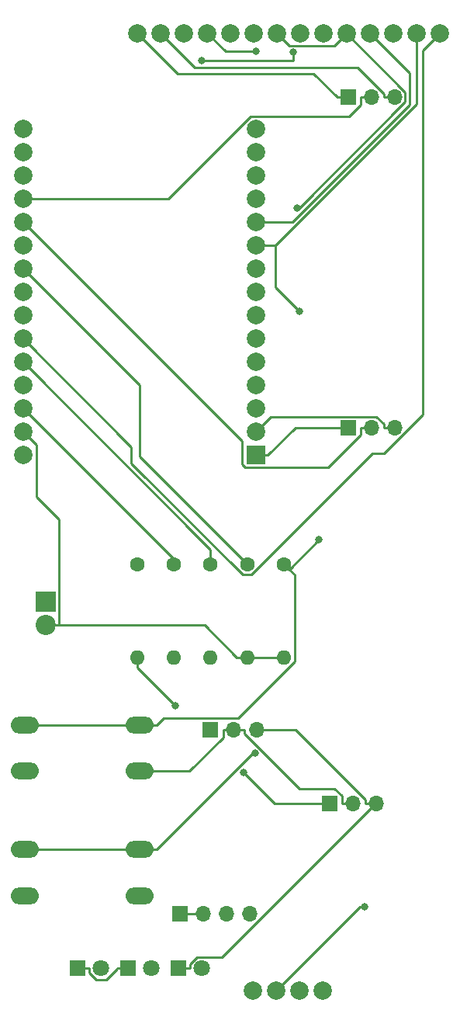
<source format=gbr>
%TF.GenerationSoftware,KiCad,Pcbnew,7.0.7*%
%TF.CreationDate,2024-02-25T20:38:01+01:00*%
%TF.ProjectId,TFT_tactil_screen,5446545f-7461-4637-9469-6c5f73637265,rev?*%
%TF.SameCoordinates,Original*%
%TF.FileFunction,Copper,L2,Bot*%
%TF.FilePolarity,Positive*%
%FSLAX46Y46*%
G04 Gerber Fmt 4.6, Leading zero omitted, Abs format (unit mm)*
G04 Created by KiCad (PCBNEW 7.0.7) date 2024-02-25 20:38:01*
%MOMM*%
%LPD*%
G01*
G04 APERTURE LIST*
%TA.AperFunction,ComponentPad*%
%ADD10R,2.200000X2.200000*%
%TD*%
%TA.AperFunction,ComponentPad*%
%ADD11C,2.200000*%
%TD*%
%TA.AperFunction,ComponentPad*%
%ADD12R,2.000000X2.000000*%
%TD*%
%TA.AperFunction,ComponentPad*%
%ADD13C,2.000000*%
%TD*%
%TA.AperFunction,ComponentPad*%
%ADD14C,1.800000*%
%TD*%
%TA.AperFunction,ComponentPad*%
%ADD15R,1.800000X1.800000*%
%TD*%
%TA.AperFunction,ComponentPad*%
%ADD16R,1.700000X1.700000*%
%TD*%
%TA.AperFunction,ComponentPad*%
%ADD17O,1.700000X1.700000*%
%TD*%
%TA.AperFunction,ComponentPad*%
%ADD18O,1.600000X1.600000*%
%TD*%
%TA.AperFunction,ComponentPad*%
%ADD19C,1.600000*%
%TD*%
%TA.AperFunction,ComponentPad*%
%ADD20O,3.048000X1.850000*%
%TD*%
%TA.AperFunction,ViaPad*%
%ADD21C,0.800000*%
%TD*%
%TA.AperFunction,Conductor*%
%ADD22C,0.250000*%
%TD*%
G04 APERTURE END LIST*
D10*
%TO.P,J6,1,Pin_1*%
%TO.N,VCC*%
X39000000Y-100000000D03*
D11*
%TO.P,J6,2,Pin_2*%
%TO.N,GND*%
X39000000Y-102540000D03*
%TD*%
D12*
%TO.P,U1,1,3V3*%
%TO.N,VCC*%
X61930000Y-83990000D03*
D13*
%TO.P,U1,2,GND*%
%TO.N,GND*%
X61930000Y-81450000D03*
%TO.P,U1,3,D15*%
%TO.N,D15*%
X61930000Y-78910000D03*
%TO.P,U1,4,D2*%
%TO.N,D2*%
X61930000Y-76370000D03*
%TO.P,U1,5,D4*%
%TO.N,D4*%
X61930000Y-73830000D03*
%TO.P,U1,6,RX2*%
%TO.N,unconnected-(U1-RX2-Pad6)*%
X61930000Y-71290000D03*
%TO.P,U1,7,TX2*%
%TO.N,unconnected-(U1-TX2-Pad7)*%
X61930000Y-68750000D03*
%TO.P,U1,8,D5*%
%TO.N,D5*%
X61930000Y-66210000D03*
%TO.P,U1,9,D18*%
%TO.N,D18*%
X61930000Y-63670000D03*
%TO.P,U1,10,D19*%
%TO.N,D19*%
X61930000Y-61130000D03*
%TO.P,U1,11,D21*%
%TO.N,D21*%
X61930000Y-58590000D03*
%TO.P,U1,12,RX0*%
%TO.N,unconnected-(U1-RX0-Pad12)*%
X61930000Y-56050000D03*
%TO.P,U1,13,TX0*%
%TO.N,unconnected-(U1-TX0-Pad13)*%
X61930000Y-53510000D03*
%TO.P,U1,14,D22*%
%TO.N,D22*%
X61930000Y-50970000D03*
%TO.P,U1,15,D23*%
%TO.N,D23*%
X61930000Y-48430000D03*
%TO.P,U1,16,EN*%
%TO.N,unconnected-(U1-EN-Pad16)*%
X36530000Y-48430000D03*
%TO.P,U1,17,VP*%
%TO.N,unconnected-(U1-VP-Pad17)*%
X36530000Y-50970000D03*
%TO.P,U1,18,VN*%
%TO.N,unconnected-(U1-VN-Pad18)*%
X36530000Y-53510000D03*
%TO.P,U1,19,D34*%
%TO.N,D34*%
X36530000Y-56050000D03*
%TO.P,U1,20,D35*%
%TO.N,D35*%
X36530000Y-58590000D03*
%TO.P,U1,21,D32*%
%TO.N,D32*%
X36530000Y-61130000D03*
%TO.P,U1,22,D33*%
%TO.N,D33*%
X36530000Y-63670000D03*
%TO.P,U1,23,D25*%
%TO.N,D25*%
X36530000Y-66210000D03*
%TO.P,U1,24,D26*%
%TO.N,D26*%
X36530000Y-68750000D03*
%TO.P,U1,25,D27*%
%TO.N,D27*%
X36530000Y-71290000D03*
%TO.P,U1,26,D14*%
%TO.N,D14*%
X36530000Y-73830000D03*
%TO.P,U1,27,D12*%
%TO.N,D12*%
X36530000Y-76370000D03*
%TO.P,U1,28,D13*%
%TO.N,D13*%
X36530000Y-78910000D03*
%TO.P,U1,29,GND*%
%TO.N,GND*%
X36530000Y-81450000D03*
%TO.P,U1,30,VIN*%
%TO.N,unconnected-(U1-VIN-Pad30)*%
X36530000Y-83990000D03*
%TD*%
D14*
%TO.P,D3,2,A*%
%TO.N,Net-(D3-A)*%
X45040000Y-140000000D03*
D15*
%TO.P,D3,1,K*%
%TO.N,GND*%
X42500000Y-140000000D03*
%TD*%
D16*
%TO.P,J5,1,Pin_1*%
%TO.N,D25*%
X57000000Y-114000000D03*
D17*
%TO.P,J5,2,Pin_2*%
%TO.N,VCC*%
X59540000Y-114000000D03*
%TO.P,J5,3,Pin_3*%
%TO.N,GND*%
X62080000Y-114000000D03*
%TD*%
D18*
%TO.P,R3,2*%
%TO.N,Net-(D3-A)*%
X57000000Y-106080000D03*
D19*
%TO.P,R3,1*%
%TO.N,D14*%
X57000000Y-95920000D03*
%TD*%
D16*
%TO.P,J2,1,Pin_1*%
%TO.N,D26*%
X70000000Y-122000000D03*
D17*
%TO.P,J2,2,Pin_2*%
%TO.N,VCC*%
X72540000Y-122000000D03*
%TO.P,J2,3,Pin_3*%
%TO.N,GND*%
X75080000Y-122000000D03*
%TD*%
D16*
%TO.P,J3,1,Pin_1*%
%TO.N,VCC*%
X72000000Y-45000000D03*
D17*
%TO.P,J3,2,Pin_2*%
%TO.N,D34*%
X74540000Y-45000000D03*
%TO.P,J3,3,Pin_3*%
%TO.N,GND*%
X77080000Y-45000000D03*
%TD*%
%TO.P,J4,3,Pin_3*%
%TO.N,GND*%
X77080000Y-81000000D03*
%TO.P,J4,2,Pin_2*%
%TO.N,D35*%
X74540000Y-81000000D03*
D16*
%TO.P,J4,1,Pin_1*%
%TO.N,VCC*%
X72000000Y-81000000D03*
%TD*%
D18*
%TO.P,R2,2*%
%TO.N,Net-(D2-A)*%
X53000000Y-106080000D03*
D19*
%TO.P,R2,1*%
%TO.N,D13*%
X53000000Y-95920000D03*
%TD*%
D18*
%TO.P,R1,2*%
%TO.N,Net-(D1-A)*%
X49000000Y-106080000D03*
D19*
%TO.P,R1,1*%
%TO.N,D12*%
X49000000Y-95920000D03*
%TD*%
D14*
%TO.P,D2,2,A*%
%TO.N,Net-(D2-A)*%
X50540000Y-140000000D03*
D15*
%TO.P,D2,1,K*%
%TO.N,GND*%
X48000000Y-140000000D03*
%TD*%
D14*
%TO.P,D1,2,A*%
%TO.N,Net-(D1-A)*%
X56040000Y-140000000D03*
D15*
%TO.P,D1,1,K*%
%TO.N,GND*%
X53500000Y-140000000D03*
%TD*%
D17*
%TO.P,J1,4,Pin_4*%
%TO.N,D12*%
X61320000Y-134000000D03*
%TO.P,J1,3,Pin_3*%
X58780000Y-134000000D03*
%TO.P,J1,2,Pin_2*%
%TO.N,D13*%
X56240000Y-134000000D03*
D16*
%TO.P,J1,1,Pin_1*%
X53700000Y-134000000D03*
%TD*%
D19*
%TO.P,R4,1*%
%TO.N,D33*%
X61000000Y-95920000D03*
D18*
%TO.P,R4,2*%
%TO.N,GND*%
X61000000Y-106080000D03*
%TD*%
D20*
%TO.P,SW2,1,1*%
%TO.N,VCC*%
X49240000Y-118500000D03*
X36740000Y-118500000D03*
%TO.P,SW2,2,2*%
%TO.N,D22*%
X49240000Y-113500000D03*
X36740000Y-113500000D03*
%TD*%
D19*
%TO.P,R5,1*%
%TO.N,D22*%
X65000000Y-95920000D03*
D18*
%TO.P,R5,2*%
%TO.N,GND*%
X65000000Y-106080000D03*
%TD*%
D20*
%TO.P,SW1,2,2*%
%TO.N,D33*%
X36740000Y-127050000D03*
X49240000Y-127050000D03*
%TO.P,SW1,1,1*%
%TO.N,VCC*%
X36740000Y-132050000D03*
X49240000Y-132050000D03*
%TD*%
D13*
%TO.P,S1,1,VDD*%
%TO.N,VCC*%
X49000000Y-38000000D03*
%TO.P,S1,2,GND*%
%TO.N,GND*%
X51540000Y-38000000D03*
%TO.P,S1,3,CS*%
%TO.N,D15*%
X54080000Y-38000000D03*
%TO.P,S1,4,RST*%
%TO.N,D4*%
X56620000Y-38000000D03*
%TO.P,S1,5,OC*%
%TO.N,D2*%
X59160000Y-38000000D03*
%TO.P,S1,6,SDI*%
%TO.N,D23*%
X61700000Y-38000000D03*
%TO.P,S1,7,SCK*%
%TO.N,D18*%
X64240000Y-38000000D03*
%TO.P,S1,8,BL*%
%TO.N,D32*%
X66780000Y-38000000D03*
%TO.P,S1,9,SDO*%
%TO.N,unconnected-(S1-SDO-Pad9)*%
X69320000Y-38000000D03*
%TO.P,S1,10,TCK*%
%TO.N,D18*%
X71860000Y-38000000D03*
%TO.P,S1,11,TCS*%
%TO.N,D21*%
X74400000Y-38000000D03*
%TO.P,S1,12,TDI*%
%TO.N,D23*%
X76940000Y-38000000D03*
%TO.P,S1,13,TDO*%
%TO.N,D19*%
X79480000Y-38000000D03*
%TO.P,S1,14,PEN*%
%TO.N,D27*%
X82020000Y-38000000D03*
%TO.P,S1,15,SCS*%
%TO.N,D5*%
X61640000Y-142400000D03*
%TO.P,S1,16,SDI*%
%TO.N,D23*%
X64180000Y-142400000D03*
%TO.P,S1,17,SDO*%
%TO.N,D19*%
X66720000Y-142400000D03*
%TO.P,S1,18,CLK*%
%TO.N,D18*%
X69260000Y-142400000D03*
%TD*%
D21*
%TO.N,D22*%
X68805900Y-93270900D03*
%TO.N,D33*%
X61861400Y-116540000D03*
%TO.N,D26*%
X60576800Y-118617000D03*
%TO.N,D4*%
X62000000Y-40000000D03*
%TO.N,D18*%
X66485600Y-57045800D03*
%TO.N,D19*%
X66720000Y-68350400D03*
%TO.N,D23*%
X73810000Y-133255000D03*
%TO.N,D32*%
X56000000Y-41000000D03*
X66000000Y-40064700D03*
%TO.N,Net-(D1-A)*%
X53178100Y-111385000D03*
%TD*%
D22*
%TO.N,D22*%
X65578400Y-96498400D02*
X65000000Y-95920000D01*
X65578400Y-96498400D02*
X68805900Y-93270900D01*
X36740000Y-113500000D02*
X49240000Y-113500000D01*
X66156800Y-97076800D02*
X65578400Y-96498400D01*
X66156800Y-106522000D02*
X66156800Y-97076800D01*
X59978100Y-112700000D02*
X66156800Y-106522000D01*
X51890700Y-112700000D02*
X59978100Y-112700000D01*
X51090900Y-113500000D02*
X51890700Y-112700000D01*
X49240000Y-113500000D02*
X51090900Y-113500000D01*
%TO.N,D33*%
X49265600Y-76405600D02*
X36530000Y-63670000D01*
X49265600Y-84185600D02*
X49265600Y-76405600D01*
X61000000Y-95920000D02*
X49265600Y-84185600D01*
X36740000Y-127050000D02*
X49240000Y-127050000D01*
X61600500Y-116540000D02*
X61861400Y-116540000D01*
X51090900Y-127050000D02*
X61600500Y-116540000D01*
X49240000Y-127050000D02*
X51090900Y-127050000D01*
%TO.N,D35*%
X60449400Y-82509400D02*
X36530000Y-58590000D01*
X60449400Y-84979400D02*
X60449400Y-82509400D01*
X60792900Y-85322900D02*
X60449400Y-84979400D01*
X69849300Y-85322900D02*
X60792900Y-85322900D01*
X73363100Y-81809100D02*
X69849300Y-85322900D01*
X73363100Y-81000000D02*
X73363100Y-81809100D01*
X74540000Y-81000000D02*
X73363100Y-81000000D01*
%TO.N,D34*%
X73363100Y-45000000D02*
X74540000Y-45000000D01*
X73363100Y-45809100D02*
X73363100Y-45000000D01*
X72082300Y-47089900D02*
X73363100Y-45809100D01*
X61377600Y-47089900D02*
X72082300Y-47089900D01*
X52417500Y-56050000D02*
X61377600Y-47089900D01*
X36530000Y-56050000D02*
X52417500Y-56050000D01*
%TO.N,D26*%
X63960100Y-122000000D02*
X60576800Y-118617000D01*
X70000000Y-122000000D02*
X63960100Y-122000000D01*
%TO.N,VCC*%
X54695400Y-118500000D02*
X49240000Y-118500000D01*
X58363100Y-114832000D02*
X54695400Y-118500000D01*
X58363100Y-114000000D02*
X58363100Y-114832000D01*
X59540000Y-114000000D02*
X58363100Y-114000000D01*
X66246900Y-81000000D02*
X72000000Y-81000000D01*
X63256900Y-83990000D02*
X66246900Y-81000000D01*
X61930000Y-83990000D02*
X63256900Y-83990000D01*
X60716900Y-114000000D02*
X59540000Y-114000000D01*
X60716900Y-114366000D02*
X60716900Y-114000000D01*
X66722300Y-120371000D02*
X60716900Y-114366000D01*
X70543500Y-120371000D02*
X66722300Y-120371000D01*
X71363100Y-121191000D02*
X70543500Y-120371000D01*
X71363100Y-122000000D02*
X71363100Y-121191000D01*
X72540000Y-122000000D02*
X71363100Y-122000000D01*
X53412300Y-42412300D02*
X49000000Y-38000000D01*
X68235400Y-42412300D02*
X53412300Y-42412300D01*
X70823100Y-45000000D02*
X68235400Y-42412300D01*
X72000000Y-45000000D02*
X70823100Y-45000000D01*
%TO.N,D4*%
X58620000Y-40000000D02*
X56620000Y-38000000D01*
X62000000Y-40000000D02*
X58620000Y-40000000D01*
%TO.N,D18*%
X71860000Y-38000000D02*
X71836600Y-38023400D01*
X65580200Y-39340200D02*
X64240000Y-38000000D01*
X70519800Y-39340200D02*
X65580200Y-39340200D01*
X71836600Y-38023400D02*
X70519800Y-39340200D01*
X66700800Y-57045800D02*
X66485600Y-57045800D01*
X78258000Y-45488600D02*
X66700800Y-57045800D01*
X78258000Y-44444800D02*
X78258000Y-45488600D01*
X71836600Y-38023400D02*
X78258000Y-44444800D01*
%TO.N,D19*%
X64092100Y-65722500D02*
X66720000Y-68350400D01*
X64092100Y-61130000D02*
X64092100Y-65722500D01*
X61930000Y-61130000D02*
X64092100Y-61130000D01*
X79480000Y-45742100D02*
X79480000Y-38000000D01*
X64092100Y-61130000D02*
X79480000Y-45742100D01*
%TO.N,D21*%
X65969700Y-58590000D02*
X61930000Y-58590000D01*
X78709900Y-45849800D02*
X65969700Y-58590000D01*
X78709900Y-42309900D02*
X78709900Y-45849800D01*
X74400000Y-38000000D02*
X78709900Y-42309900D01*
%TO.N,D23*%
X73325000Y-133255000D02*
X73810000Y-133255000D01*
X64180000Y-142400000D02*
X73325000Y-133255000D01*
%TO.N,D32*%
X66000000Y-41000000D02*
X66000000Y-40064700D01*
X56000000Y-41000000D02*
X66000000Y-41000000D01*
%TO.N,D27*%
X80138200Y-39881800D02*
X82020000Y-38000000D01*
X80138200Y-79610800D02*
X80138200Y-39881800D01*
X75910600Y-83838400D02*
X80138200Y-79610800D01*
X74682400Y-83838400D02*
X75910600Y-83838400D01*
X61453000Y-97067800D02*
X74682400Y-83838400D01*
X60482500Y-97067800D02*
X61453000Y-97067800D01*
X48354100Y-84939400D02*
X60482500Y-97067800D01*
X48354100Y-83114100D02*
X48354100Y-84939400D01*
X36530000Y-71290000D02*
X48354100Y-83114100D01*
%TO.N,D14*%
X57000000Y-94300000D02*
X57000000Y-95920000D01*
X36530000Y-73830000D02*
X57000000Y-94300000D01*
%TO.N,Net-(D1-A)*%
X49000000Y-107207000D02*
X53178100Y-111385000D01*
X49000000Y-106080000D02*
X49000000Y-107207000D01*
%TO.N,D13*%
X53700000Y-134000000D02*
X56240000Y-134000000D01*
X53000000Y-95380000D02*
X36530000Y-78910000D01*
X53000000Y-95920000D02*
X53000000Y-95380000D01*
%TO.N,GND*%
X37997200Y-82917200D02*
X36530000Y-81450000D01*
X37997200Y-88584500D02*
X37997200Y-82917200D01*
X40461400Y-91048700D02*
X37997200Y-88584500D01*
X40461400Y-102540000D02*
X40461400Y-91048700D01*
X40461400Y-102540000D02*
X39000000Y-102540000D01*
X46773100Y-140000000D02*
X48000000Y-140000000D01*
X46773100Y-140077000D02*
X46773100Y-140000000D01*
X45622900Y-141227000D02*
X46773100Y-140077000D01*
X44493600Y-141227000D02*
X45622900Y-141227000D01*
X43726900Y-140460000D02*
X44493600Y-141227000D01*
X43726900Y-140000000D02*
X43726900Y-140460000D01*
X42500000Y-140000000D02*
X43726900Y-140000000D01*
X73903100Y-122000000D02*
X74491600Y-122000000D01*
X73903100Y-121634000D02*
X73903100Y-122000000D01*
X66268900Y-114000000D02*
X73903100Y-121634000D01*
X62080000Y-114000000D02*
X66268900Y-114000000D01*
X74491600Y-122520000D02*
X74491600Y-122000000D01*
X58238300Y-138773000D02*
X74491600Y-122520000D01*
X55493600Y-138773000D02*
X58238300Y-138773000D01*
X54726900Y-139540000D02*
X55493600Y-138773000D01*
X54726900Y-140000000D02*
X54726900Y-139540000D01*
X53500000Y-140000000D02*
X54726900Y-140000000D01*
X63556900Y-79823100D02*
X61930000Y-81450000D01*
X75094100Y-79823100D02*
X63556900Y-79823100D01*
X75903100Y-80632100D02*
X75094100Y-79823100D01*
X75903100Y-81000000D02*
X75903100Y-80632100D01*
X77080000Y-81000000D02*
X75903100Y-81000000D01*
X55308200Y-41768200D02*
X51540000Y-38000000D01*
X73037100Y-41768200D02*
X55308200Y-41768200D01*
X75903100Y-44634200D02*
X73037100Y-41768200D01*
X75903100Y-45000000D02*
X75903100Y-44634200D01*
X77080000Y-45000000D02*
X75903100Y-45000000D01*
X75080000Y-122000000D02*
X74491600Y-122000000D01*
X65000000Y-106080000D02*
X61000000Y-106080000D01*
X56333100Y-102540000D02*
X40461400Y-102540000D01*
X59873100Y-106080000D02*
X56333100Y-102540000D01*
X61000000Y-106080000D02*
X59873100Y-106080000D01*
%TD*%
M02*

</source>
